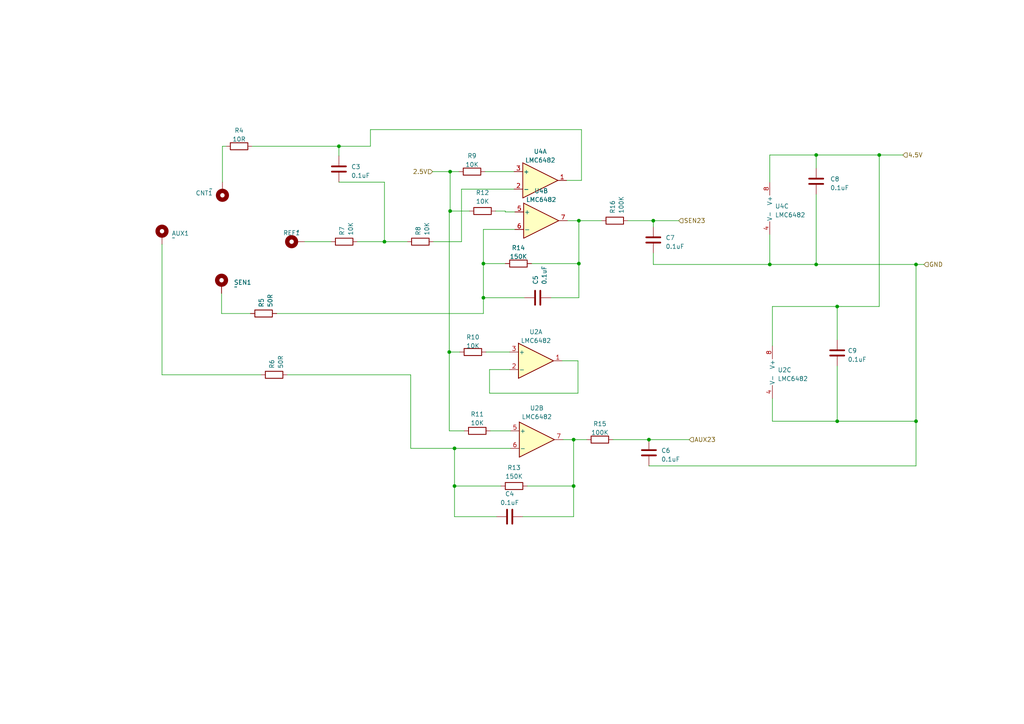
<source format=kicad_sch>
(kicad_sch (version 20230121) (generator eeschema)

  (uuid 32306d0b-228d-4c17-bc5c-f857aab45edd)

  (paper "A4")

  (lib_symbols
    (symbol "Amplifier_Operational:LMC6482" (pin_names (offset 0.127)) (in_bom yes) (on_board yes)
      (property "Reference" "U" (at 0 5.08 0)
        (effects (font (size 1.27 1.27)) (justify left))
      )
      (property "Value" "LMC6482" (at 0 -5.08 0)
        (effects (font (size 1.27 1.27)) (justify left))
      )
      (property "Footprint" "" (at 0 0 0)
        (effects (font (size 1.27 1.27)) hide)
      )
      (property "Datasheet" "http://www.ti.com/lit/ds/symlink/lmc6482.pdf" (at 0 0 0)
        (effects (font (size 1.27 1.27)) hide)
      )
      (property "ki_locked" "" (at 0 0 0)
        (effects (font (size 1.27 1.27)))
      )
      (property "ki_keywords" "dual opamp" (at 0 0 0)
        (effects (font (size 1.27 1.27)) hide)
      )
      (property "ki_description" "Dual CMOS Rail-to-Rail Input and Output Operational Amplifier, DIP-8/SOIC-8, SSOP-8" (at 0 0 0)
        (effects (font (size 1.27 1.27)) hide)
      )
      (property "ki_fp_filters" "SOIC*3.9x4.9mm*P1.27mm* DIP*W7.62mm* TO*99* OnSemi*Micro8* TSSOP*3x3mm*P0.65mm* TSSOP*4.4x3mm*P0.65mm* MSOP*3x3mm*P0.65mm* SSOP*3.9x4.9mm*P0.635mm* LFCSP*2x2mm*P0.5mm* *SIP* SOIC*5.3x6.2mm*P1.27mm*" (at 0 0 0)
        (effects (font (size 1.27 1.27)) hide)
      )
      (symbol "LMC6482_1_1"
        (polyline
          (pts
            (xy -5.08 5.08)
            (xy 5.08 0)
            (xy -5.08 -5.08)
            (xy -5.08 5.08)
          )
          (stroke (width 0.254) (type default))
          (fill (type background))
        )
        (pin output line (at 7.62 0 180) (length 2.54)
          (name "~" (effects (font (size 1.27 1.27))))
          (number "1" (effects (font (size 1.27 1.27))))
        )
        (pin input line (at -7.62 -2.54 0) (length 2.54)
          (name "-" (effects (font (size 1.27 1.27))))
          (number "2" (effects (font (size 1.27 1.27))))
        )
        (pin input line (at -7.62 2.54 0) (length 2.54)
          (name "+" (effects (font (size 1.27 1.27))))
          (number "3" (effects (font (size 1.27 1.27))))
        )
      )
      (symbol "LMC6482_2_1"
        (polyline
          (pts
            (xy -5.08 5.08)
            (xy 5.08 0)
            (xy -5.08 -5.08)
            (xy -5.08 5.08)
          )
          (stroke (width 0.254) (type default))
          (fill (type background))
        )
        (pin input line (at -7.62 2.54 0) (length 2.54)
          (name "+" (effects (font (size 1.27 1.27))))
          (number "5" (effects (font (size 1.27 1.27))))
        )
        (pin input line (at -7.62 -2.54 0) (length 2.54)
          (name "-" (effects (font (size 1.27 1.27))))
          (number "6" (effects (font (size 1.27 1.27))))
        )
        (pin output line (at 7.62 0 180) (length 2.54)
          (name "~" (effects (font (size 1.27 1.27))))
          (number "7" (effects (font (size 1.27 1.27))))
        )
      )
      (symbol "LMC6482_3_1"
        (pin power_in line (at -2.54 -7.62 90) (length 3.81)
          (name "V-" (effects (font (size 1.27 1.27))))
          (number "4" (effects (font (size 1.27 1.27))))
        )
        (pin power_in line (at -2.54 7.62 270) (length 3.81)
          (name "V+" (effects (font (size 1.27 1.27))))
          (number "8" (effects (font (size 1.27 1.27))))
        )
      )
    )
    (symbol "Device:C" (pin_numbers hide) (pin_names (offset 0.254)) (in_bom yes) (on_board yes)
      (property "Reference" "C" (at 0.635 2.54 0)
        (effects (font (size 1.27 1.27)) (justify left))
      )
      (property "Value" "C" (at 0.635 -2.54 0)
        (effects (font (size 1.27 1.27)) (justify left))
      )
      (property "Footprint" "" (at 0.9652 -3.81 0)
        (effects (font (size 1.27 1.27)) hide)
      )
      (property "Datasheet" "~" (at 0 0 0)
        (effects (font (size 1.27 1.27)) hide)
      )
      (property "ki_keywords" "cap capacitor" (at 0 0 0)
        (effects (font (size 1.27 1.27)) hide)
      )
      (property "ki_description" "Unpolarized capacitor" (at 0 0 0)
        (effects (font (size 1.27 1.27)) hide)
      )
      (property "ki_fp_filters" "C_*" (at 0 0 0)
        (effects (font (size 1.27 1.27)) hide)
      )
      (symbol "C_0_1"
        (polyline
          (pts
            (xy -2.032 -0.762)
            (xy 2.032 -0.762)
          )
          (stroke (width 0.508) (type default))
          (fill (type none))
        )
        (polyline
          (pts
            (xy -2.032 0.762)
            (xy 2.032 0.762)
          )
          (stroke (width 0.508) (type default))
          (fill (type none))
        )
      )
      (symbol "C_1_1"
        (pin passive line (at 0 3.81 270) (length 2.794)
          (name "~" (effects (font (size 1.27 1.27))))
          (number "1" (effects (font (size 1.27 1.27))))
        )
        (pin passive line (at 0 -3.81 90) (length 2.794)
          (name "~" (effects (font (size 1.27 1.27))))
          (number "2" (effects (font (size 1.27 1.27))))
        )
      )
    )
    (symbol "Device:R" (pin_numbers hide) (pin_names (offset 0)) (in_bom yes) (on_board yes)
      (property "Reference" "R" (at 2.032 0 90)
        (effects (font (size 1.27 1.27)))
      )
      (property "Value" "R" (at 0 0 90)
        (effects (font (size 1.27 1.27)))
      )
      (property "Footprint" "" (at -1.778 0 90)
        (effects (font (size 1.27 1.27)) hide)
      )
      (property "Datasheet" "~" (at 0 0 0)
        (effects (font (size 1.27 1.27)) hide)
      )
      (property "ki_keywords" "R res resistor" (at 0 0 0)
        (effects (font (size 1.27 1.27)) hide)
      )
      (property "ki_description" "Resistor" (at 0 0 0)
        (effects (font (size 1.27 1.27)) hide)
      )
      (property "ki_fp_filters" "R_*" (at 0 0 0)
        (effects (font (size 1.27 1.27)) hide)
      )
      (symbol "R_0_1"
        (rectangle (start -1.016 -2.54) (end 1.016 2.54)
          (stroke (width 0.254) (type default))
          (fill (type none))
        )
      )
      (symbol "R_1_1"
        (pin passive line (at 0 3.81 270) (length 1.27)
          (name "~" (effects (font (size 1.27 1.27))))
          (number "1" (effects (font (size 1.27 1.27))))
        )
        (pin passive line (at 0 -3.81 90) (length 1.27)
          (name "~" (effects (font (size 1.27 1.27))))
          (number "2" (effects (font (size 1.27 1.27))))
        )
      )
    )
    (symbol "Mechanical:MountingHole_Pad" (pin_numbers hide) (pin_names (offset 1.016) hide) (in_bom yes) (on_board yes)
      (property "Reference" "H" (at 0 6.35 0)
        (effects (font (size 1.27 1.27)))
      )
      (property "Value" "MountingHole_Pad" (at 0 4.445 0)
        (effects (font (size 1.27 1.27)))
      )
      (property "Footprint" "" (at 0 0 0)
        (effects (font (size 1.27 1.27)) hide)
      )
      (property "Datasheet" "~" (at 0 0 0)
        (effects (font (size 1.27 1.27)) hide)
      )
      (property "ki_keywords" "mounting hole" (at 0 0 0)
        (effects (font (size 1.27 1.27)) hide)
      )
      (property "ki_description" "Mounting Hole with connection" (at 0 0 0)
        (effects (font (size 1.27 1.27)) hide)
      )
      (property "ki_fp_filters" "MountingHole*Pad*" (at 0 0 0)
        (effects (font (size 1.27 1.27)) hide)
      )
      (symbol "MountingHole_Pad_0_1"
        (circle (center 0 1.27) (radius 1.27)
          (stroke (width 1.27) (type default))
          (fill (type none))
        )
      )
      (symbol "MountingHole_Pad_1_1"
        (pin input line (at 0 -2.54 90) (length 2.54)
          (name "1" (effects (font (size 1.27 1.27))))
          (number "1" (effects (font (size 1.27 1.27))))
        )
      )
    )
  )

  (junction (at 265.684 76.708) (diameter 0) (color 0 0 0 0)
    (uuid 0437aab7-1b50-42cb-ab62-59585e02505e)
  )
  (junction (at 140.208 86.36) (diameter 0) (color 0 0 0 0)
    (uuid 16c01d55-3e3b-42f1-8063-cbe67fb7fa7d)
  )
  (junction (at 131.826 130.048) (diameter 0) (color 0 0 0 0)
    (uuid 1c0ec936-4a39-40bf-b8fc-13f27ff4c5b4)
  )
  (junction (at 98.298 42.418) (diameter 0) (color 0 0 0 0)
    (uuid 25877ec2-c629-44ee-9aeb-8428b8465e92)
  )
  (junction (at 236.728 76.708) (diameter 0) (color 0 0 0 0)
    (uuid 3b7c16f1-644a-4739-81d9-c913dcad0758)
  )
  (junction (at 265.684 122.174) (diameter 0) (color 0 0 0 0)
    (uuid 3db90b06-4033-4254-a66c-09328bc0d2ae)
  )
  (junction (at 131.826 140.97) (diameter 0) (color 0 0 0 0)
    (uuid 3e667528-22bd-44df-a76c-cd28712e7fb1)
  )
  (junction (at 242.824 122.174) (diameter 0) (color 0 0 0 0)
    (uuid 473b0cd1-2312-4e77-a3a6-5ba388ac1dd9)
  )
  (junction (at 166.37 127.508) (diameter 0) (color 0 0 0 0)
    (uuid 552415ce-47ca-44d0-8bca-8a36a703e983)
  )
  (junction (at 140.208 76.454) (diameter 0) (color 0 0 0 0)
    (uuid 63ca91b0-ff63-426c-94a7-b21e0d30b24b)
  )
  (junction (at 166.37 140.97) (diameter 0) (color 0 0 0 0)
    (uuid 6cb374e7-833b-4479-acb7-9082a2e424d7)
  )
  (junction (at 188.214 127.508) (diameter 0) (color 0 0 0 0)
    (uuid 7d5c40e5-00dd-4150-b50a-5ea57f01b95a)
  )
  (junction (at 255.016 44.958) (diameter 0) (color 0 0 0 0)
    (uuid 8e4599af-42a5-4908-974a-5b0fd4a05949)
  )
  (junction (at 130.556 49.784) (diameter 0) (color 0 0 0 0)
    (uuid 904d0f97-c862-4e6d-a28d-ccba8059df5b)
  )
  (junction (at 167.894 76.454) (diameter 0) (color 0 0 0 0)
    (uuid a4b882c6-a97f-454b-8326-cc6198b29b83)
  )
  (junction (at 223.266 76.708) (diameter 0) (color 0 0 0 0)
    (uuid a6c6d445-f1ec-40da-a4c3-6003629288b3)
  )
  (junction (at 130.556 61.214) (diameter 0) (color 0 0 0 0)
    (uuid a981080a-3a2e-4340-9ca8-61995891ecb9)
  )
  (junction (at 236.728 44.958) (diameter 0) (color 0 0 0 0)
    (uuid aa02e76d-3705-49dd-83dd-89d1624b8f7a)
  )
  (junction (at 111.506 70.104) (diameter 0) (color 0 0 0 0)
    (uuid aef4bb70-f373-4f3e-b7df-e9d0736a0aad)
  )
  (junction (at 130.302 102.108) (diameter 0) (color 0 0 0 0)
    (uuid e50a57b6-aacd-486d-b78c-dbc52f4e8ea8)
  )
  (junction (at 242.824 88.9) (diameter 0) (color 0 0 0 0)
    (uuid ed4b96a0-eabd-4c56-9367-9e169d7dbe94)
  )
  (junction (at 167.894 64.008) (diameter 0) (color 0 0 0 0)
    (uuid f2207e12-ada3-484e-84f7-3816a6368107)
  )
  (junction (at 189.484 64.008) (diameter 0) (color 0 0 0 0)
    (uuid f32ea655-2686-42e5-8338-38a8f9c5f4ec)
  )

  (wire (pts (xy 224.028 88.9) (xy 242.824 88.9))
    (stroke (width 0) (type default))
    (uuid 00132879-6efd-4485-bdf6-5494781b5d2a)
  )
  (wire (pts (xy 111.506 70.104) (xy 118.11 70.104))
    (stroke (width 0) (type default))
    (uuid 05c5aa91-a555-487e-98d4-0862c41a4fe5)
  )
  (wire (pts (xy 133.858 54.864) (xy 133.858 70.104))
    (stroke (width 0) (type default))
    (uuid 06e1fb23-ca60-4611-a46a-3584f799420b)
  )
  (wire (pts (xy 242.824 122.174) (xy 265.684 122.174))
    (stroke (width 0) (type default))
    (uuid 0a7b011d-48d5-4369-95da-59fb9f78390a)
  )
  (wire (pts (xy 223.266 76.708) (xy 236.728 76.708))
    (stroke (width 0) (type default))
    (uuid 0c94396b-9265-4929-9860-1a900285caf6)
  )
  (wire (pts (xy 164.338 52.324) (xy 168.656 52.324))
    (stroke (width 0) (type default))
    (uuid 0d49bbc1-aa9e-4be6-ac7a-11ec60a2ca15)
  )
  (wire (pts (xy 166.37 149.86) (xy 166.37 140.97))
    (stroke (width 0) (type default))
    (uuid 0dbfae8e-c9a4-4b96-a62e-d1f2bb4cdf30)
  )
  (wire (pts (xy 163.068 104.648) (xy 167.64 104.648))
    (stroke (width 0) (type default))
    (uuid 0f70f3e1-76a4-48c1-b668-23f3ae6eecc3)
  )
  (wire (pts (xy 166.37 140.97) (xy 166.37 127.508))
    (stroke (width 0) (type default))
    (uuid 11ca4080-0a37-480f-b8c7-ed474e1264cd)
  )
  (wire (pts (xy 130.302 61.214) (xy 130.556 61.214))
    (stroke (width 0) (type default))
    (uuid 19f11034-b098-4862-9fd0-356525891a0e)
  )
  (wire (pts (xy 236.728 56.388) (xy 236.728 76.708))
    (stroke (width 0) (type default))
    (uuid 1e11568e-fdff-400a-8115-fcbac6211618)
  )
  (wire (pts (xy 88.392 70.104) (xy 96.012 70.104))
    (stroke (width 0) (type default))
    (uuid 1eece96e-bbf7-4e72-84fa-52f306247d0c)
  )
  (wire (pts (xy 130.556 49.784) (xy 133.096 49.784))
    (stroke (width 0) (type default))
    (uuid 276b225b-179d-46c4-bea2-934bc304723f)
  )
  (wire (pts (xy 224.028 122.174) (xy 242.824 122.174))
    (stroke (width 0) (type default))
    (uuid 2af30054-7e3b-4e13-8ed4-046d88117c58)
  )
  (wire (pts (xy 163.322 127.508) (xy 166.37 127.508))
    (stroke (width 0) (type default))
    (uuid 2bbdd37f-3a07-4b1d-ba12-bc45ced53ef2)
  )
  (wire (pts (xy 154.178 76.454) (xy 167.894 76.454))
    (stroke (width 0) (type default))
    (uuid 2d8895dc-9696-42ca-9aa9-596ed7cb11d7)
  )
  (wire (pts (xy 141.986 107.188) (xy 147.828 107.188))
    (stroke (width 0) (type default))
    (uuid 2eb4774e-62df-48a0-b0ac-7b44be91c747)
  )
  (wire (pts (xy 199.898 127.508) (xy 188.214 127.508))
    (stroke (width 0) (type default))
    (uuid 327c11fc-3533-45be-b123-4d3084fa0b98)
  )
  (wire (pts (xy 144.018 149.86) (xy 131.826 149.86))
    (stroke (width 0) (type default))
    (uuid 3296564c-ac5c-457d-9235-e7c9f4eb5547)
  )
  (wire (pts (xy 140.208 76.454) (xy 140.208 86.36))
    (stroke (width 0) (type default))
    (uuid 32b426b5-5c21-47d1-809c-1ff91e3aa6e4)
  )
  (wire (pts (xy 223.266 76.708) (xy 223.266 68.072))
    (stroke (width 0) (type default))
    (uuid 36dfd346-9cce-4c22-8811-18ca25aa4fda)
  )
  (wire (pts (xy 142.24 124.968) (xy 148.082 124.968))
    (stroke (width 0) (type default))
    (uuid 3800c560-8af0-494f-ba83-f5bf8760a24f)
  )
  (wire (pts (xy 103.632 70.104) (xy 111.506 70.104))
    (stroke (width 0) (type default))
    (uuid 3a5dc8f2-b03b-48a6-bd53-237688006f2c)
  )
  (wire (pts (xy 255.016 44.958) (xy 236.728 44.958))
    (stroke (width 0) (type default))
    (uuid 3b08d097-e1ac-41fa-9890-2ca16205a411)
  )
  (wire (pts (xy 64.516 42.418) (xy 65.532 42.418))
    (stroke (width 0) (type default))
    (uuid 41b5d75e-bef1-441a-8476-1c15982e29f6)
  )
  (wire (pts (xy 107.442 42.418) (xy 98.298 42.418))
    (stroke (width 0) (type default))
    (uuid 4619ce48-f772-40bd-ade6-43f13bb869f4)
  )
  (wire (pts (xy 145.288 140.97) (xy 131.826 140.97))
    (stroke (width 0) (type default))
    (uuid 4643bc1d-d4d8-4857-b05d-45bf21bfe16a)
  )
  (wire (pts (xy 130.302 61.214) (xy 130.302 102.108))
    (stroke (width 0) (type default))
    (uuid 48101f3c-48d0-45c6-b196-9d2370e6edab)
  )
  (wire (pts (xy 261.874 44.958) (xy 255.016 44.958))
    (stroke (width 0) (type default))
    (uuid 493ac91a-6532-43b1-adb8-4ae8bcced1bb)
  )
  (wire (pts (xy 152.908 140.97) (xy 166.37 140.97))
    (stroke (width 0) (type default))
    (uuid 4bc9c743-f983-458f-b05b-fab8f575bdb7)
  )
  (wire (pts (xy 265.684 122.174) (xy 265.684 76.708))
    (stroke (width 0) (type default))
    (uuid 4c149913-13be-4423-8c41-de2979f27586)
  )
  (wire (pts (xy 140.208 86.36) (xy 152.146 86.36))
    (stroke (width 0) (type default))
    (uuid 4e8fffe4-13c7-4785-82a6-abbf3bd1bcc6)
  )
  (wire (pts (xy 189.484 76.708) (xy 223.266 76.708))
    (stroke (width 0) (type default))
    (uuid 54f9fab8-bfc7-43c6-9a6c-e001560e4b55)
  )
  (wire (pts (xy 188.214 135.128) (xy 265.684 135.128))
    (stroke (width 0) (type default))
    (uuid 55910a4d-b236-46d7-a85f-782b413f1c01)
  )
  (wire (pts (xy 265.684 76.708) (xy 267.97 76.708))
    (stroke (width 0) (type default))
    (uuid 5b9ecc4b-298a-41a8-8cba-8474a0996846)
  )
  (wire (pts (xy 255.016 44.958) (xy 255.016 88.9))
    (stroke (width 0) (type default))
    (uuid 5bf0505e-9a5a-4320-b5bf-24f76f4b2259)
  )
  (wire (pts (xy 224.028 115.57) (xy 224.028 122.174))
    (stroke (width 0) (type default))
    (uuid 612d0771-74b8-4d0d-8176-37ec3bd192bd)
  )
  (wire (pts (xy 140.208 66.548) (xy 140.208 76.454))
    (stroke (width 0) (type default))
    (uuid 64b0bf26-8227-44ac-bb44-0f4de0e78c47)
  )
  (wire (pts (xy 146.558 76.454) (xy 140.208 76.454))
    (stroke (width 0) (type default))
    (uuid 65e6970c-3965-426b-b3a1-80adddf8824d)
  )
  (wire (pts (xy 140.208 66.548) (xy 149.352 66.548))
    (stroke (width 0) (type default))
    (uuid 65eb8bde-0685-430c-876d-2e362925c3aa)
  )
  (wire (pts (xy 130.556 61.214) (xy 130.556 49.784))
    (stroke (width 0) (type default))
    (uuid 67f4993f-ca78-46ef-aa39-a75994e19702)
  )
  (wire (pts (xy 130.302 124.968) (xy 130.302 102.108))
    (stroke (width 0) (type default))
    (uuid 684edc8e-a80b-47a7-b6c1-f5607da6bb82)
  )
  (wire (pts (xy 64.516 42.418) (xy 64.516 52.832))
    (stroke (width 0) (type default))
    (uuid 69fbd52d-4c31-4f81-839a-b04c970907a8)
  )
  (wire (pts (xy 223.266 44.958) (xy 223.266 52.832))
    (stroke (width 0) (type default))
    (uuid 6d5d3d8b-a00a-4be2-abbd-c39e37c813c8)
  )
  (wire (pts (xy 168.656 52.324) (xy 168.656 37.592))
    (stroke (width 0) (type default))
    (uuid 704e8247-1794-472b-a676-213f5f0b9341)
  )
  (wire (pts (xy 131.826 149.86) (xy 131.826 140.97))
    (stroke (width 0) (type default))
    (uuid 719d056d-5e65-4108-9b45-616c0a19f0f4)
  )
  (wire (pts (xy 167.64 104.648) (xy 167.64 114.046))
    (stroke (width 0) (type default))
    (uuid 73a92cc5-021d-4545-bbb4-35daa98fdc89)
  )
  (wire (pts (xy 131.826 130.048) (xy 148.082 130.048))
    (stroke (width 0) (type default))
    (uuid 741df62d-4e06-4782-9a12-819994965974)
  )
  (wire (pts (xy 189.484 73.406) (xy 189.484 76.708))
    (stroke (width 0) (type default))
    (uuid 762e37ce-1477-46cd-a6e0-fb029b8aded9)
  )
  (wire (pts (xy 119.126 130.048) (xy 131.826 130.048))
    (stroke (width 0) (type default))
    (uuid 7dafaae5-a9e3-4315-88af-91b421d74e30)
  )
  (wire (pts (xy 177.8 127.508) (xy 188.214 127.508))
    (stroke (width 0) (type default))
    (uuid 838e5421-8f8c-479f-80ec-7492f00d6b17)
  )
  (wire (pts (xy 136.144 61.214) (xy 130.556 61.214))
    (stroke (width 0) (type default))
    (uuid 8620c6ee-5d0a-4102-9547-0612507ed8f8)
  )
  (wire (pts (xy 133.858 70.104) (xy 125.73 70.104))
    (stroke (width 0) (type default))
    (uuid 88498f21-956b-443e-8929-c024d42a3d69)
  )
  (wire (pts (xy 98.298 42.418) (xy 98.298 45.212))
    (stroke (width 0) (type default))
    (uuid 896bd4ca-94a6-4250-8e5c-e59f96dd978b)
  )
  (wire (pts (xy 159.766 86.36) (xy 167.894 86.36))
    (stroke (width 0) (type default))
    (uuid 926ff5de-e66b-405c-87be-b0b5455a0d4a)
  )
  (wire (pts (xy 134.62 124.968) (xy 130.302 124.968))
    (stroke (width 0) (type default))
    (uuid 9401ed71-64b2-4d36-b4ae-c165e2f225a7)
  )
  (wire (pts (xy 131.826 140.97) (xy 131.826 130.048))
    (stroke (width 0) (type default))
    (uuid 97aacfa9-08ac-4b0e-81e9-e2576798f43f)
  )
  (wire (pts (xy 119.126 108.712) (xy 119.126 130.048))
    (stroke (width 0) (type default))
    (uuid 99bf5d15-f34c-4dad-898f-e33854ce3ffd)
  )
  (wire (pts (xy 64.262 85.09) (xy 64.262 90.932))
    (stroke (width 0) (type default))
    (uuid 9e1ef37d-9a68-467b-bff8-c9614f7e6796)
  )
  (wire (pts (xy 236.728 44.958) (xy 236.728 48.768))
    (stroke (width 0) (type default))
    (uuid a784c90c-0f08-4622-adde-748b30788617)
  )
  (wire (pts (xy 111.506 52.832) (xy 111.506 70.104))
    (stroke (width 0) (type default))
    (uuid ac213cbe-54b1-43f3-9ff9-a6654ba42ece)
  )
  (wire (pts (xy 143.764 61.214) (xy 146.558 61.214))
    (stroke (width 0) (type default))
    (uuid adb8bd6e-e50a-46d1-b2c3-3746962a1120)
  )
  (wire (pts (xy 46.99 108.712) (xy 75.692 108.712))
    (stroke (width 0) (type default))
    (uuid b2a498d1-06a8-4fde-903b-9f8b9d976f5a)
  )
  (wire (pts (xy 107.442 37.592) (xy 107.442 42.418))
    (stroke (width 0) (type default))
    (uuid b4809259-2cd4-49f4-8031-2a7157788011)
  )
  (wire (pts (xy 125.476 49.784) (xy 130.556 49.784))
    (stroke (width 0) (type default))
    (uuid b4fdcf4c-fc40-476c-a58b-cdf4af78b391)
  )
  (wire (pts (xy 168.656 37.592) (xy 107.442 37.592))
    (stroke (width 0) (type default))
    (uuid b7470a07-3077-404a-a84c-2d33ede39bdd)
  )
  (wire (pts (xy 140.97 102.108) (xy 147.828 102.108))
    (stroke (width 0) (type default))
    (uuid b77dad76-cffa-4cd8-a16c-de45f3fbef0b)
  )
  (wire (pts (xy 265.684 135.128) (xy 265.684 122.174))
    (stroke (width 0) (type default))
    (uuid be3b89ab-cecf-4e6b-b63c-f9d5e201db17)
  )
  (wire (pts (xy 140.716 49.784) (xy 149.098 49.784))
    (stroke (width 0) (type default))
    (uuid bf981a63-ebf6-477b-8ffb-50e67b2df8c4)
  )
  (wire (pts (xy 83.312 108.712) (xy 119.126 108.712))
    (stroke (width 0) (type default))
    (uuid c1d5caf6-83e6-4e01-a6a1-c2e02afd4f73)
  )
  (wire (pts (xy 167.64 114.046) (xy 141.986 114.046))
    (stroke (width 0) (type default))
    (uuid c3f07410-cbc9-46d7-a576-4ed05e28a7f7)
  )
  (wire (pts (xy 242.824 106.172) (xy 242.824 122.174))
    (stroke (width 0) (type default))
    (uuid c73c99cb-3667-4901-81c2-4ea12f41bfa5)
  )
  (wire (pts (xy 46.99 70.866) (xy 46.99 108.712))
    (stroke (width 0) (type default))
    (uuid ca5bdfe3-4c75-43af-89ca-d54e5c4d873d)
  )
  (wire (pts (xy 141.986 114.046) (xy 141.986 107.188))
    (stroke (width 0) (type default))
    (uuid ca859702-e9e8-4a57-88ab-2f6ddfbb837d)
  )
  (wire (pts (xy 80.264 90.932) (xy 140.208 90.932))
    (stroke (width 0) (type default))
    (uuid caf3f876-ab2e-4b00-8979-eb3a37471957)
  )
  (wire (pts (xy 174.498 64.008) (xy 167.894 64.008))
    (stroke (width 0) (type default))
    (uuid d053d6e6-290c-4b9b-8ebf-969fa6122b03)
  )
  (wire (pts (xy 166.37 127.508) (xy 170.18 127.508))
    (stroke (width 0) (type default))
    (uuid d1a44f7e-9180-41d5-8754-1709a0bfd40b)
  )
  (wire (pts (xy 98.298 52.832) (xy 111.506 52.832))
    (stroke (width 0) (type default))
    (uuid d2655cb9-5a2b-4295-9a66-94f3ab3d3e12)
  )
  (wire (pts (xy 236.728 44.958) (xy 223.266 44.958))
    (stroke (width 0) (type default))
    (uuid d3c4620b-77d0-4eb3-8f57-901dfc5e2aff)
  )
  (wire (pts (xy 167.894 64.008) (xy 167.894 76.454))
    (stroke (width 0) (type default))
    (uuid d40556d3-bdb5-491e-b624-ab6d23251a4e)
  )
  (wire (pts (xy 151.638 149.86) (xy 166.37 149.86))
    (stroke (width 0) (type default))
    (uuid d4116f26-21bd-4c9e-9106-a76390301120)
  )
  (wire (pts (xy 133.35 102.108) (xy 130.302 102.108))
    (stroke (width 0) (type default))
    (uuid db0bb9bc-63ea-41a7-858a-097ad06c6fe6)
  )
  (wire (pts (xy 242.824 98.552) (xy 242.824 88.9))
    (stroke (width 0) (type default))
    (uuid dd14db42-f0c5-4106-85da-5b81a5a5c9ae)
  )
  (wire (pts (xy 189.484 64.008) (xy 189.484 65.786))
    (stroke (width 0) (type default))
    (uuid dfb2ae37-8dc4-4d35-8a1b-885b86be5e8e)
  )
  (wire (pts (xy 236.728 76.708) (xy 265.684 76.708))
    (stroke (width 0) (type default))
    (uuid e03af84e-ec43-4a5f-b198-95915e88e451)
  )
  (wire (pts (xy 196.85 64.008) (xy 189.484 64.008))
    (stroke (width 0) (type default))
    (uuid e3eb3a69-7db4-48f0-b210-348d2f60598e)
  )
  (wire (pts (xy 182.118 64.008) (xy 189.484 64.008))
    (stroke (width 0) (type default))
    (uuid e57dc569-5f25-4a87-ba5b-fa22eebe5516)
  )
  (wire (pts (xy 140.208 86.36) (xy 140.208 90.932))
    (stroke (width 0) (type default))
    (uuid e8e973c6-6070-4182-bcc2-8531cd1e67d6)
  )
  (wire (pts (xy 167.894 64.008) (xy 164.592 64.008))
    (stroke (width 0) (type default))
    (uuid eb6ca12c-d51f-4f93-9e9f-87ad2b5c4612)
  )
  (wire (pts (xy 73.152 42.418) (xy 98.298 42.418))
    (stroke (width 0) (type default))
    (uuid eb7f557a-e448-42c2-9667-4cf6dce68c5d)
  )
  (wire (pts (xy 146.558 61.468) (xy 149.352 61.468))
    (stroke (width 0) (type default))
    (uuid eba1aaf0-52ce-474a-a748-9241e0a31fa7)
  )
  (wire (pts (xy 242.824 88.9) (xy 255.016 88.9))
    (stroke (width 0) (type default))
    (uuid eefae5db-641b-452d-b5f7-da82fe349f27)
  )
  (wire (pts (xy 64.262 90.932) (xy 72.644 90.932))
    (stroke (width 0) (type default))
    (uuid f3a24708-9ada-44f6-9250-59323399e600)
  )
  (wire (pts (xy 167.894 86.36) (xy 167.894 76.454))
    (stroke (width 0) (type default))
    (uuid f99a8b1c-e681-4b25-9ed6-881bab671f9d)
  )
  (wire (pts (xy 224.028 100.33) (xy 224.028 88.9))
    (stroke (width 0) (type default))
    (uuid fc603502-efa3-4640-8719-8a3dfe3d7d2c)
  )
  (wire (pts (xy 149.098 54.864) (xy 133.858 54.864))
    (stroke (width 0) (type default))
    (uuid fdb98012-7e7c-434a-b31c-fd28632411e3)
  )
  (wire (pts (xy 146.558 61.214) (xy 146.558 61.468))
    (stroke (width 0) (type default))
    (uuid fe6a1a43-4d71-4632-9d5e-64f3840cb2b6)
  )

  (hierarchical_label "2.5V" (shape input) (at 125.476 49.784 180) (fields_autoplaced)
    (effects (font (size 1.27 1.27)) (justify right))
    (uuid 162c8082-a53d-47d3-bb84-bd1fb201594e)
  )
  (hierarchical_label "4.5V" (shape input) (at 261.874 44.958 0) (fields_autoplaced)
    (effects (font (size 1.27 1.27)) (justify left))
    (uuid 40e68d53-acbd-4378-9da8-7eb6073966ac)
  )
  (hierarchical_label "AUX23" (shape input) (at 199.898 127.508 0) (fields_autoplaced)
    (effects (font (size 1.27 1.27)) (justify left))
    (uuid 56fd41cc-55f6-421f-9e3b-6f3a8750a85b)
  )
  (hierarchical_label "GND" (shape input) (at 267.97 76.708 0) (fields_autoplaced)
    (effects (font (size 1.27 1.27)) (justify left))
    (uuid 8c9ae5b2-4edc-4afa-b75b-b9ed130a1acb)
  )
  (hierarchical_label "SEN23" (shape input) (at 196.85 64.008 0) (fields_autoplaced)
    (effects (font (size 1.27 1.27)) (justify left))
    (uuid a19bcba0-d900-47ea-b4f3-bfd3b5e4614f)
  )

  (symbol (lib_id "Mechanical:MountingHole_Pad") (at 64.262 82.55 0) (unit 1)
    (in_bom yes) (on_board yes) (dnp no) (fields_autoplaced)
    (uuid 05affb34-70e5-4113-a581-a678a7ac0b35)
    (property "Reference" "SEN1" (at 67.818 81.915 0)
      (effects (font (size 1.27 1.27)) (justify left))
    )
    (property "Value" "~" (at 67.818 83.185 0)
      (effects (font (size 1.27 1.27)) (justify left))
    )
    (property "Footprint" "MountingHole:MountingHole_2.7mm_Pad" (at 64.262 82.55 0)
      (effects (font (size 1.27 1.27)) hide)
    )
    (property "Datasheet" "~" (at 64.262 82.55 0)
      (effects (font (size 1.27 1.27)) hide)
    )
    (pin "1" (uuid 9fc07881-bb19-4e7d-b7be-2d5b56cea66e))
    (instances
      (project "Air quality project"
        (path "/67b6672b-0c15-41a5-a844-17aa721018b8/e2c83066-cae4-4a4f-a05c-59cf4d457446"
          (reference "SEN1") (unit 1)
        )
        (path "/67b6672b-0c15-41a5-a844-17aa721018b8/be65ffb6-5f15-4847-ab99-a8924076e9fe"
          (reference "SEN2") (unit 1)
        )
        (path "/67b6672b-0c15-41a5-a844-17aa721018b8/b1234594-a57c-4996-9def-6f01cfc54751"
          (reference "SEN23") (unit 1)
        )
      )
    )
  )

  (symbol (lib_id "Device:C") (at 155.956 86.36 90) (unit 1)
    (in_bom yes) (on_board yes) (dnp no)
    (uuid 06370417-2138-49e2-a22c-344c6da08832)
    (property "Reference" "C5" (at 155.321 82.55 0)
      (effects (font (size 1.27 1.27)) (justify left))
    )
    (property "Value" "0.1uF" (at 157.861 82.55 0)
      (effects (font (size 1.27 1.27)) (justify left))
    )
    (property "Footprint" "Capacitor_SMD:C_0402_1005Metric" (at 159.766 85.3948 0)
      (effects (font (size 1.27 1.27)) hide)
    )
    (property "Datasheet" "~" (at 155.956 86.36 0)
      (effects (font (size 1.27 1.27)) hide)
    )
    (pin "1" (uuid 0b83d26e-63e6-4101-b7d4-280c1f5efdf9))
    (pin "2" (uuid 326eb54c-238f-4aa6-be59-d220eabe7186))
    (instances
      (project "Air quality project"
        (path "/67b6672b-0c15-41a5-a844-17aa721018b8/e2c83066-cae4-4a4f-a05c-59cf4d457446"
          (reference "C5") (unit 1)
        )
        (path "/67b6672b-0c15-41a5-a844-17aa721018b8/be65ffb6-5f15-4847-ab99-a8924076e9fe"
          (reference "C35") (unit 1)
        )
        (path "/67b6672b-0c15-41a5-a844-17aa721018b8/b1234594-a57c-4996-9def-6f01cfc54751"
          (reference "C131") (unit 1)
        )
      )
    )
  )

  (symbol (lib_id "Mechanical:MountingHole_Pad") (at 64.516 55.372 180) (unit 1)
    (in_bom yes) (on_board yes) (dnp no)
    (uuid 18bc69d4-fc90-43eb-81f6-11c67cf18e50)
    (property "Reference" "CNT1" (at 61.722 56.007 0)
      (effects (font (size 1.27 1.27)) (justify left))
    )
    (property "Value" "~" (at 61.722 54.737 0)
      (effects (font (size 1.27 1.27)) (justify left))
    )
    (property "Footprint" "MountingHole:MountingHole_2.7mm_Pad" (at 64.516 55.372 0)
      (effects (font (size 1.27 1.27)) hide)
    )
    (property "Datasheet" "~" (at 64.516 55.372 0)
      (effects (font (size 1.27 1.27)) hide)
    )
    (pin "1" (uuid eb980290-4487-47f6-8ec1-b32a7b2284f4))
    (instances
      (project "Air quality project"
        (path "/67b6672b-0c15-41a5-a844-17aa721018b8/e2c83066-cae4-4a4f-a05c-59cf4d457446"
          (reference "CNT1") (unit 1)
        )
        (path "/67b6672b-0c15-41a5-a844-17aa721018b8/be65ffb6-5f15-4847-ab99-a8924076e9fe"
          (reference "CNT2") (unit 1)
        )
        (path "/67b6672b-0c15-41a5-a844-17aa721018b8/b1234594-a57c-4996-9def-6f01cfc54751"
          (reference "CNT23") (unit 1)
        )
      )
    )
  )

  (symbol (lib_id "Amplifier_Operational:LMC6482") (at 226.568 107.95 0) (unit 3)
    (in_bom yes) (on_board yes) (dnp no) (fields_autoplaced)
    (uuid 1a94deb5-c16b-4c5b-9525-bf286f936524)
    (property "Reference" "U2" (at 225.552 107.315 0)
      (effects (font (size 1.27 1.27)) (justify left))
    )
    (property "Value" "LMC6482" (at 225.552 109.855 0)
      (effects (font (size 1.27 1.27)) (justify left))
    )
    (property "Footprint" "Package_SO:SOIC-8_3.9x4.9mm_P1.27mm" (at 226.568 107.95 0)
      (effects (font (size 1.27 1.27)) hide)
    )
    (property "Datasheet" "http://www.ti.com/lit/ds/symlink/lmc6482.pdf" (at 226.568 107.95 0)
      (effects (font (size 1.27 1.27)) hide)
    )
    (pin "1" (uuid d5f06bc0-e016-449d-bb76-1780c68309d8))
    (pin "2" (uuid dd93b084-6c45-4ec3-b4a2-64cf0e791daa))
    (pin "3" (uuid c79b47a1-69b0-418f-ae34-b6968595b6a6))
    (pin "5" (uuid 89f1dfc5-f772-4d7a-8a07-0964f1f210a0))
    (pin "6" (uuid 61ffc32e-67ac-4496-ba94-ce7cced6a0ea))
    (pin "7" (uuid 29e08c8c-3454-4ad1-a0b8-ee9155612eb2))
    (pin "4" (uuid 60344b1b-f894-4526-98e2-6f73b490034e))
    (pin "8" (uuid 71c93fc2-6b04-48d0-8a01-5bff51456c4b))
    (instances
      (project "Air quality project"
        (path "/67b6672b-0c15-41a5-a844-17aa721018b8/e2c83066-cae4-4a4f-a05c-59cf4d457446"
          (reference "U2") (unit 3)
        )
        (path "/67b6672b-0c15-41a5-a844-17aa721018b8/be65ffb6-5f15-4847-ab99-a8924076e9fe"
          (reference "U8") (unit 3)
        )
        (path "/67b6672b-0c15-41a5-a844-17aa721018b8/b1234594-a57c-4996-9def-6f01cfc54751"
          (reference "U39") (unit 3)
        )
      )
    )
  )

  (symbol (lib_id "Device:C") (at 147.828 149.86 90) (unit 1)
    (in_bom yes) (on_board yes) (dnp no) (fields_autoplaced)
    (uuid 23a22458-1feb-4d52-817d-229a83c570cd)
    (property "Reference" "C4" (at 147.828 143.256 90)
      (effects (font (size 1.27 1.27)))
    )
    (property "Value" "0.1uF" (at 147.828 145.796 90)
      (effects (font (size 1.27 1.27)))
    )
    (property "Footprint" "Capacitor_SMD:C_0402_1005Metric" (at 151.638 148.8948 0)
      (effects (font (size 1.27 1.27)) hide)
    )
    (property "Datasheet" "~" (at 147.828 149.86 0)
      (effects (font (size 1.27 1.27)) hide)
    )
    (pin "1" (uuid 3a7aab70-25e5-4eb6-9929-1bebb1631664))
    (pin "2" (uuid cf5323f7-2245-4e02-9a26-749d816177e4))
    (instances
      (project "Air quality project"
        (path "/67b6672b-0c15-41a5-a844-17aa721018b8/e2c83066-cae4-4a4f-a05c-59cf4d457446"
          (reference "C4") (unit 1)
        )
        (path "/67b6672b-0c15-41a5-a844-17aa721018b8/be65ffb6-5f15-4847-ab99-a8924076e9fe"
          (reference "C34") (unit 1)
        )
        (path "/67b6672b-0c15-41a5-a844-17aa721018b8/b1234594-a57c-4996-9def-6f01cfc54751"
          (reference "C130") (unit 1)
        )
      )
    )
  )

  (symbol (lib_id "Device:R") (at 69.342 42.418 270) (unit 1)
    (in_bom yes) (on_board yes) (dnp no) (fields_autoplaced)
    (uuid 2f8a8cd6-eb77-4500-9ee1-0a4f2996d4e7)
    (property "Reference" "R4" (at 69.342 37.846 90)
      (effects (font (size 1.27 1.27)))
    )
    (property "Value" "10R" (at 69.342 40.386 90)
      (effects (font (size 1.27 1.27)))
    )
    (property "Footprint" "Resistor_SMD:R_0402_1005Metric" (at 69.342 40.64 90)
      (effects (font (size 1.27 1.27)) hide)
    )
    (property "Datasheet" "~" (at 69.342 42.418 0)
      (effects (font (size 1.27 1.27)) hide)
    )
    (pin "1" (uuid 81693241-d841-486d-bdb2-7b2cb81e4fc2))
    (pin "2" (uuid 49cada8e-8c94-48f9-b5a3-d22e567aa465))
    (instances
      (project "Air quality project"
        (path "/67b6672b-0c15-41a5-a844-17aa721018b8/e2c83066-cae4-4a4f-a05c-59cf4d457446"
          (reference "R4") (unit 1)
        )
        (path "/67b6672b-0c15-41a5-a844-17aa721018b8/be65ffb6-5f15-4847-ab99-a8924076e9fe"
          (reference "R19") (unit 1)
        )
        (path "/67b6672b-0c15-41a5-a844-17aa721018b8/b1234594-a57c-4996-9def-6f01cfc54751"
          (reference "R238") (unit 1)
        )
      )
    )
  )

  (symbol (lib_id "Amplifier_Operational:LMC6482") (at 155.448 104.648 0) (unit 1)
    (in_bom yes) (on_board yes) (dnp no)
    (uuid 4c3fd426-ada0-4326-afd9-9a79ffd98729)
    (property "Reference" "U2" (at 155.448 96.266 0)
      (effects (font (size 1.27 1.27)))
    )
    (property "Value" "LMC6482" (at 155.448 98.806 0)
      (effects (font (size 1.27 1.27)))
    )
    (property "Footprint" "Package_SO:SOIC-8_3.9x4.9mm_P1.27mm" (at 155.448 104.648 0)
      (effects (font (size 1.27 1.27)) hide)
    )
    (property "Datasheet" "http://www.ti.com/lit/ds/symlink/lmc6482.pdf" (at 155.448 104.648 0)
      (effects (font (size 1.27 1.27)) hide)
    )
    (pin "1" (uuid 5ea04624-e6a2-4b82-9e61-9fdec86f10af))
    (pin "2" (uuid 0aa1d028-428b-48a5-b990-7f9e92930698))
    (pin "3" (uuid 8151223b-844a-4b3e-a1c2-13da032f0cac))
    (pin "5" (uuid dbf6e14b-09ff-4cc6-88a0-9ada57742af2))
    (pin "6" (uuid a9d3e155-a0a5-48b8-ad01-270b6effe986))
    (pin "7" (uuid 2e38fee3-7d8c-47f0-a6b9-2671227758c9))
    (pin "4" (uuid bdd0d834-8db6-499c-a508-90c2f596f30f))
    (pin "8" (uuid 0ce173b8-05bf-4229-84be-a731b2d379af))
    (instances
      (project "Air quality project"
        (path "/67b6672b-0c15-41a5-a844-17aa721018b8/e2c83066-cae4-4a4f-a05c-59cf4d457446"
          (reference "U2") (unit 1)
        )
        (path "/67b6672b-0c15-41a5-a844-17aa721018b8/be65ffb6-5f15-4847-ab99-a8924076e9fe"
          (reference "U8") (unit 1)
        )
        (path "/67b6672b-0c15-41a5-a844-17aa721018b8/b1234594-a57c-4996-9def-6f01cfc54751"
          (reference "U39") (unit 1)
        )
      )
    )
  )

  (symbol (lib_id "Device:C") (at 236.728 52.578 0) (unit 1)
    (in_bom yes) (on_board yes) (dnp no) (fields_autoplaced)
    (uuid 5bf3eafb-9dbf-4ac1-89e1-2cf6f4c0831b)
    (property "Reference" "C8" (at 240.792 51.943 0)
      (effects (font (size 1.27 1.27)) (justify left))
    )
    (property "Value" "0.1uF" (at 240.792 54.483 0)
      (effects (font (size 1.27 1.27)) (justify left))
    )
    (property "Footprint" "Capacitor_SMD:C_0402_1005Metric" (at 237.6932 56.388 0)
      (effects (font (size 1.27 1.27)) hide)
    )
    (property "Datasheet" "~" (at 236.728 52.578 0)
      (effects (font (size 1.27 1.27)) hide)
    )
    (pin "1" (uuid c761c970-29d6-4649-ab50-22c69af536ac))
    (pin "2" (uuid d97fc298-9082-4fce-9b3c-450ed3a01379))
    (instances
      (project "Air quality project"
        (path "/67b6672b-0c15-41a5-a844-17aa721018b8/e2c83066-cae4-4a4f-a05c-59cf4d457446"
          (reference "C8") (unit 1)
        )
        (path "/67b6672b-0c15-41a5-a844-17aa721018b8/be65ffb6-5f15-4847-ab99-a8924076e9fe"
          (reference "C38") (unit 1)
        )
        (path "/67b6672b-0c15-41a5-a844-17aa721018b8/b1234594-a57c-4996-9def-6f01cfc54751"
          (reference "C134") (unit 1)
        )
      )
    )
  )

  (symbol (lib_id "Device:R") (at 137.16 102.108 90) (unit 1)
    (in_bom yes) (on_board yes) (dnp no) (fields_autoplaced)
    (uuid 62c17c2c-cab4-4d8e-9fdd-ab65bb569d57)
    (property "Reference" "R10" (at 137.16 97.79 90)
      (effects (font (size 1.27 1.27)))
    )
    (property "Value" "10K" (at 137.16 100.33 90)
      (effects (font (size 1.27 1.27)))
    )
    (property "Footprint" "Resistor_SMD:R_0402_1005Metric" (at 137.16 103.886 90)
      (effects (font (size 1.27 1.27)) hide)
    )
    (property "Datasheet" "~" (at 137.16 102.108 0)
      (effects (font (size 1.27 1.27)) hide)
    )
    (pin "1" (uuid 0e4c55e7-d058-461a-bee5-1acf681fcbbb))
    (pin "2" (uuid 291d337b-2cb6-4b75-9dc6-1c5f21d1766e))
    (instances
      (project "Air quality project"
        (path "/67b6672b-0c15-41a5-a844-17aa721018b8/e2c83066-cae4-4a4f-a05c-59cf4d457446"
          (reference "R10") (unit 1)
        )
        (path "/67b6672b-0c15-41a5-a844-17aa721018b8/be65ffb6-5f15-4847-ab99-a8924076e9fe"
          (reference "R49") (unit 1)
        )
        (path "/67b6672b-0c15-41a5-a844-17aa721018b8/b1234594-a57c-4996-9def-6f01cfc54751"
          (reference "R244") (unit 1)
        )
      )
    )
  )

  (symbol (lib_id "Device:R") (at 99.822 70.104 90) (unit 1)
    (in_bom yes) (on_board yes) (dnp no)
    (uuid 7867be09-5c0a-4adc-b56a-3c8eb97ae65c)
    (property "Reference" "R7" (at 99.187 68.326 0)
      (effects (font (size 1.27 1.27)) (justify left))
    )
    (property "Value" "10K" (at 101.727 68.326 0)
      (effects (font (size 1.27 1.27)) (justify left))
    )
    (property "Footprint" "Resistor_SMD:R_0402_1005Metric" (at 99.822 71.882 90)
      (effects (font (size 1.27 1.27)) hide)
    )
    (property "Datasheet" "~" (at 99.822 70.104 0)
      (effects (font (size 1.27 1.27)) hide)
    )
    (pin "1" (uuid 995270a9-dca9-476a-be40-16536176291c))
    (pin "2" (uuid a7cb4d4b-197b-4cea-a9c9-9a0eab71c81b))
    (instances
      (project "Air quality project"
        (path "/67b6672b-0c15-41a5-a844-17aa721018b8/e2c83066-cae4-4a4f-a05c-59cf4d457446"
          (reference "R7") (unit 1)
        )
        (path "/67b6672b-0c15-41a5-a844-17aa721018b8/be65ffb6-5f15-4847-ab99-a8924076e9fe"
          (reference "R34") (unit 1)
        )
        (path "/67b6672b-0c15-41a5-a844-17aa721018b8/b1234594-a57c-4996-9def-6f01cfc54751"
          (reference "R241") (unit 1)
        )
      )
    )
  )

  (symbol (lib_id "Amplifier_Operational:LMC6482") (at 156.972 64.008 0) (unit 2)
    (in_bom yes) (on_board yes) (dnp no) (fields_autoplaced)
    (uuid 791a49a6-bd93-47a2-8128-773c01e3cfe1)
    (property "Reference" "U4" (at 156.972 55.372 0)
      (effects (font (size 1.27 1.27)))
    )
    (property "Value" "LMC6482" (at 156.972 57.912 0)
      (effects (font (size 1.27 1.27)))
    )
    (property "Footprint" "Package_SO:SOIC-8_3.9x4.9mm_P1.27mm" (at 156.972 64.008 0)
      (effects (font (size 1.27 1.27)) hide)
    )
    (property "Datasheet" "http://www.ti.com/lit/ds/symlink/lmc6482.pdf" (at 156.972 64.008 0)
      (effects (font (size 1.27 1.27)) hide)
    )
    (pin "1" (uuid 9c1e9d8f-1c28-41e3-9575-41efbc51ba50))
    (pin "2" (uuid 1d0291f0-3ca2-4510-9705-02c12b2ea42d))
    (pin "3" (uuid 1f78b38e-dbc0-4584-b37f-86c494584341))
    (pin "5" (uuid f78fdc78-035b-413f-b977-5be4b9cbc648))
    (pin "6" (uuid 0709d453-3d12-4bed-925a-0e89aa3612af))
    (pin "7" (uuid 1bed70fb-c022-490f-a087-73a9cce30461))
    (pin "4" (uuid 06dc1765-d68c-4f67-a73b-d9fa7caa6956))
    (pin "8" (uuid 2077a737-d294-413f-b778-56afbb60776f))
    (instances
      (project "Air quality project"
        (path "/67b6672b-0c15-41a5-a844-17aa721018b8/e2c83066-cae4-4a4f-a05c-59cf4d457446"
          (reference "U4") (unit 2)
        )
        (path "/67b6672b-0c15-41a5-a844-17aa721018b8/be65ffb6-5f15-4847-ab99-a8924076e9fe"
          (reference "U13") (unit 2)
        )
        (path "/67b6672b-0c15-41a5-a844-17aa721018b8/b1234594-a57c-4996-9def-6f01cfc54751"
          (reference "U40") (unit 2)
        )
      )
    )
  )

  (symbol (lib_id "Device:R") (at 136.906 49.784 90) (unit 1)
    (in_bom yes) (on_board yes) (dnp no) (fields_autoplaced)
    (uuid 88ca2d36-a3ea-48e1-8cd3-0b45d356aaa1)
    (property "Reference" "R9" (at 136.906 45.212 90)
      (effects (font (size 1.27 1.27)))
    )
    (property "Value" "10K" (at 136.906 47.752 90)
      (effects (font (size 1.27 1.27)))
    )
    (property "Footprint" "Resistor_SMD:R_0402_1005Metric" (at 136.906 51.562 90)
      (effects (font (size 1.27 1.27)) hide)
    )
    (property "Datasheet" "~" (at 136.906 49.784 0)
      (effects (font (size 1.27 1.27)) hide)
    )
    (pin "1" (uuid 43d2d57a-0943-4d97-bf37-d501f5d50ccf))
    (pin "2" (uuid f2e9dacc-3432-49e2-905a-508823f3a35a))
    (instances
      (project "Air quality project"
        (path "/67b6672b-0c15-41a5-a844-17aa721018b8/e2c83066-cae4-4a4f-a05c-59cf4d457446"
          (reference "R9") (unit 1)
        )
        (path "/67b6672b-0c15-41a5-a844-17aa721018b8/be65ffb6-5f15-4847-ab99-a8924076e9fe"
          (reference "R44") (unit 1)
        )
        (path "/67b6672b-0c15-41a5-a844-17aa721018b8/b1234594-a57c-4996-9def-6f01cfc54751"
          (reference "R243") (unit 1)
        )
      )
    )
  )

  (symbol (lib_id "Device:R") (at 139.954 61.214 90) (unit 1)
    (in_bom yes) (on_board yes) (dnp no) (fields_autoplaced)
    (uuid 8b7466a4-12c0-462f-b74b-b4f781276339)
    (property "Reference" "R12" (at 139.954 55.88 90)
      (effects (font (size 1.27 1.27)))
    )
    (property "Value" "10K" (at 139.954 58.42 90)
      (effects (font (size 1.27 1.27)))
    )
    (property "Footprint" "Resistor_SMD:R_0402_1005Metric" (at 139.954 62.992 90)
      (effects (font (size 1.27 1.27)) hide)
    )
    (property "Datasheet" "~" (at 139.954 61.214 0)
      (effects (font (size 1.27 1.27)) hide)
    )
    (pin "1" (uuid ad1b2486-b3a0-473d-a40a-962af64d7d80))
    (pin "2" (uuid 45d0ca2d-1eac-4e96-881a-dde07ec1fd62))
    (instances
      (project "Air quality project"
        (path "/67b6672b-0c15-41a5-a844-17aa721018b8/e2c83066-cae4-4a4f-a05c-59cf4d457446"
          (reference "R12") (unit 1)
        )
        (path "/67b6672b-0c15-41a5-a844-17aa721018b8/be65ffb6-5f15-4847-ab99-a8924076e9fe"
          (reference "R59") (unit 1)
        )
        (path "/67b6672b-0c15-41a5-a844-17aa721018b8/b1234594-a57c-4996-9def-6f01cfc54751"
          (reference "R246") (unit 1)
        )
      )
    )
  )

  (symbol (lib_id "Amplifier_Operational:LMC6482") (at 155.702 127.508 0) (unit 2)
    (in_bom yes) (on_board yes) (dnp no) (fields_autoplaced)
    (uuid 997b1130-cc76-4b15-90ee-7ce37aa33b18)
    (property "Reference" "U2" (at 155.702 118.364 0)
      (effects (font (size 1.27 1.27)))
    )
    (property "Value" "LMC6482" (at 155.702 120.904 0)
      (effects (font (size 1.27 1.27)))
    )
    (property "Footprint" "Package_SO:SOIC-8_3.9x4.9mm_P1.27mm" (at 155.702 127.508 0)
      (effects (font (size 1.27 1.27)) hide)
    )
    (property "Datasheet" "http://www.ti.com/lit/ds/symlink/lmc6482.pdf" (at 155.702 127.508 0)
      (effects (font (size 1.27 1.27)) hide)
    )
    (pin "1" (uuid 11ada3ae-6758-4a42-8bec-b9b6f4c75a1a))
    (pin "2" (uuid cecfcab1-7354-4c19-8bdd-bc6aac22549b))
    (pin "3" (uuid b8b5c5a6-18f5-4b93-b974-cec779252067))
    (pin "5" (uuid 38777f14-702a-4542-a55a-6f04260069d4))
    (pin "6" (uuid 3f53e5d0-7466-4a75-b4cb-0367c70ff6eb))
    (pin "7" (uuid f4f82d00-6581-44e4-9457-cb2c571e8df9))
    (pin "4" (uuid 5d862dc6-a441-46c7-938b-75ac613c0f4f))
    (pin "8" (uuid 6e4c091b-4f0e-43a5-ac02-ecaec090156f))
    (instances
      (project "Air quality project"
        (path "/67b6672b-0c15-41a5-a844-17aa721018b8/e2c83066-cae4-4a4f-a05c-59cf4d457446"
          (reference "U2") (unit 2)
        )
        (path "/67b6672b-0c15-41a5-a844-17aa721018b8/be65ffb6-5f15-4847-ab99-a8924076e9fe"
          (reference "U8") (unit 2)
        )
        (path "/67b6672b-0c15-41a5-a844-17aa721018b8/b1234594-a57c-4996-9def-6f01cfc54751"
          (reference "U39") (unit 2)
        )
      )
    )
  )

  (symbol (lib_id "Device:R") (at 121.92 70.104 90) (unit 1)
    (in_bom yes) (on_board yes) (dnp no)
    (uuid a09c40c1-c53b-495d-838c-59c1d580b0bc)
    (property "Reference" "R8" (at 121.285 68.326 0)
      (effects (font (size 1.27 1.27)) (justify left))
    )
    (property "Value" "10K" (at 123.825 68.326 0)
      (effects (font (size 1.27 1.27)) (justify left))
    )
    (property "Footprint" "Resistor_SMD:R_0402_1005Metric" (at 121.92 71.882 90)
      (effects (font (size 1.27 1.27)) hide)
    )
    (property "Datasheet" "~" (at 121.92 70.104 0)
      (effects (font (size 1.27 1.27)) hide)
    )
    (pin "1" (uuid 8d7f4b6f-bcb0-47f3-977d-7d17388635ef))
    (pin "2" (uuid a16b2742-1151-4a3d-8ce5-0f06fbe383e5))
    (instances
      (project "Air quality project"
        (path "/67b6672b-0c15-41a5-a844-17aa721018b8/e2c83066-cae4-4a4f-a05c-59cf4d457446"
          (reference "R8") (unit 1)
        )
        (path "/67b6672b-0c15-41a5-a844-17aa721018b8/be65ffb6-5f15-4847-ab99-a8924076e9fe"
          (reference "R39") (unit 1)
        )
        (path "/67b6672b-0c15-41a5-a844-17aa721018b8/b1234594-a57c-4996-9def-6f01cfc54751"
          (reference "R242") (unit 1)
        )
      )
    )
  )

  (symbol (lib_id "Amplifier_Operational:LMC6482") (at 156.718 52.324 0) (unit 1)
    (in_bom yes) (on_board yes) (dnp no) (fields_autoplaced)
    (uuid a26617fa-29f3-46ab-acaa-f63991bc0396)
    (property "Reference" "U4" (at 156.718 43.942 0)
      (effects (font (size 1.27 1.27)))
    )
    (property "Value" "LMC6482" (at 156.718 46.482 0)
      (effects (font (size 1.27 1.27)))
    )
    (property "Footprint" "Package_SO:SOIC-8_3.9x4.9mm_P1.27mm" (at 156.718 52.324 0)
      (effects (font (size 1.27 1.27)) hide)
    )
    (property "Datasheet" "http://www.ti.com/lit/ds/symlink/lmc6482.pdf" (at 156.718 52.324 0)
      (effects (font (size 1.27 1.27)) hide)
    )
    (pin "1" (uuid 6d217b23-f56e-4ac5-82f6-463674cb8374))
    (pin "2" (uuid 57a9fbda-83b5-4590-8d2d-95a1432cc8de))
    (pin "3" (uuid 9f9f7ccd-f6da-4cac-aaeb-7b15fd4737ad))
    (pin "5" (uuid 7e217bec-f5f9-4503-96e2-e0cff25dde3f))
    (pin "6" (uuid ed4ead67-62ba-4dc4-86a0-f436eefe99dd))
    (pin "7" (uuid ef455054-ceb9-4486-86bb-c10142a92b1a))
    (pin "4" (uuid 0efdc872-5caf-4241-9340-e8ec1bb01b5b))
    (pin "8" (uuid 7d3e3f09-3aff-4bd7-8548-a79c845e659b))
    (instances
      (project "Air quality project"
        (path "/67b6672b-0c15-41a5-a844-17aa721018b8/e2c83066-cae4-4a4f-a05c-59cf4d457446"
          (reference "U4") (unit 1)
        )
        (path "/67b6672b-0c15-41a5-a844-17aa721018b8/be65ffb6-5f15-4847-ab99-a8924076e9fe"
          (reference "U13") (unit 1)
        )
        (path "/67b6672b-0c15-41a5-a844-17aa721018b8/b1234594-a57c-4996-9def-6f01cfc54751"
          (reference "U40") (unit 1)
        )
      )
    )
  )

  (symbol (lib_id "Device:R") (at 178.308 64.008 90) (unit 1)
    (in_bom yes) (on_board yes) (dnp no)
    (uuid a691a44c-af6a-4625-a8b6-0e4388d30de3)
    (property "Reference" "R16" (at 177.673 61.976 0)
      (effects (font (size 1.27 1.27)) (justify left))
    )
    (property "Value" "100K" (at 180.213 61.976 0)
      (effects (font (size 1.27 1.27)) (justify left))
    )
    (property "Footprint" "Resistor_SMD:R_0402_1005Metric" (at 178.308 65.786 90)
      (effects (font (size 1.27 1.27)) hide)
    )
    (property "Datasheet" "~" (at 178.308 64.008 0)
      (effects (font (size 1.27 1.27)) hide)
    )
    (pin "1" (uuid 8d32ffbc-b731-489c-93bd-bb5f1dfc5255))
    (pin "2" (uuid 50c0f29c-fe62-4258-ae30-dde432e2e184))
    (instances
      (project "Air quality project"
        (path "/67b6672b-0c15-41a5-a844-17aa721018b8/e2c83066-cae4-4a4f-a05c-59cf4d457446"
          (reference "R16") (unit 1)
        )
        (path "/67b6672b-0c15-41a5-a844-17aa721018b8/be65ffb6-5f15-4847-ab99-a8924076e9fe"
          (reference "R71") (unit 1)
        )
        (path "/67b6672b-0c15-41a5-a844-17aa721018b8/b1234594-a57c-4996-9def-6f01cfc54751"
          (reference "R250") (unit 1)
        )
      )
    )
  )

  (symbol (lib_id "Device:R") (at 76.454 90.932 90) (unit 1)
    (in_bom yes) (on_board yes) (dnp no)
    (uuid b08dbe94-2909-4ac3-ab64-313c4848ab66)
    (property "Reference" "R5" (at 75.819 89.154 0)
      (effects (font (size 1.27 1.27)) (justify left))
    )
    (property "Value" "50R" (at 78.359 89.154 0)
      (effects (font (size 1.27 1.27)) (justify left))
    )
    (property "Footprint" "Resistor_SMD:R_0402_1005Metric" (at 76.454 92.71 90)
      (effects (font (size 1.27 1.27)) hide)
    )
    (property "Datasheet" "~" (at 76.454 90.932 0)
      (effects (font (size 1.27 1.27)) hide)
    )
    (pin "1" (uuid 3e02f012-126c-4650-b1f5-2c5462fcdfec))
    (pin "2" (uuid 1cb28637-70ae-445f-9aca-8c62ba84222d))
    (instances
      (project "Air quality project"
        (path "/67b6672b-0c15-41a5-a844-17aa721018b8/e2c83066-cae4-4a4f-a05c-59cf4d457446"
          (reference "R5") (unit 1)
        )
        (path "/67b6672b-0c15-41a5-a844-17aa721018b8/be65ffb6-5f15-4847-ab99-a8924076e9fe"
          (reference "R24") (unit 1)
        )
        (path "/67b6672b-0c15-41a5-a844-17aa721018b8/b1234594-a57c-4996-9def-6f01cfc54751"
          (reference "R239") (unit 1)
        )
      )
    )
  )

  (symbol (lib_id "Device:C") (at 189.484 69.596 0) (unit 1)
    (in_bom yes) (on_board yes) (dnp no) (fields_autoplaced)
    (uuid bcd1bf0c-e954-4711-be33-1ee99a016193)
    (property "Reference" "C7" (at 193.04 68.961 0)
      (effects (font (size 1.27 1.27)) (justify left))
    )
    (property "Value" "0.1uF" (at 193.04 71.501 0)
      (effects (font (size 1.27 1.27)) (justify left))
    )
    (property "Footprint" "Capacitor_SMD:C_0402_1005Metric" (at 190.4492 73.406 0)
      (effects (font (size 1.27 1.27)) hide)
    )
    (property "Datasheet" "~" (at 189.484 69.596 0)
      (effects (font (size 1.27 1.27)) hide)
    )
    (pin "1" (uuid 5802bccf-36d7-462c-85a5-c85167ca4eed))
    (pin "2" (uuid 75a12110-c062-48f5-96a0-1a62b87030b0))
    (instances
      (project "Air quality project"
        (path "/67b6672b-0c15-41a5-a844-17aa721018b8/e2c83066-cae4-4a4f-a05c-59cf4d457446"
          (reference "C7") (unit 1)
        )
        (path "/67b6672b-0c15-41a5-a844-17aa721018b8/be65ffb6-5f15-4847-ab99-a8924076e9fe"
          (reference "C37") (unit 1)
        )
        (path "/67b6672b-0c15-41a5-a844-17aa721018b8/b1234594-a57c-4996-9def-6f01cfc54751"
          (reference "C133") (unit 1)
        )
      )
    )
  )

  (symbol (lib_id "Device:C") (at 242.824 102.362 0) (unit 1)
    (in_bom yes) (on_board yes) (dnp no)
    (uuid c1661634-78aa-4141-9bbd-fdd11d80719e)
    (property "Reference" "C9" (at 245.872 101.727 0)
      (effects (font (size 1.27 1.27)) (justify left))
    )
    (property "Value" "0.1uF" (at 245.872 104.267 0)
      (effects (font (size 1.27 1.27)) (justify left))
    )
    (property "Footprint" "Capacitor_SMD:C_0402_1005Metric" (at 243.7892 106.172 0)
      (effects (font (size 1.27 1.27)) hide)
    )
    (property "Datasheet" "~" (at 242.824 102.362 0)
      (effects (font (size 1.27 1.27)) hide)
    )
    (pin "1" (uuid fd95e6cf-9acb-46f6-a827-49bacfa38356))
    (pin "2" (uuid 51c49524-b5fd-40fd-bb7b-621ad2945b54))
    (instances
      (project "Air quality project"
        (path "/67b6672b-0c15-41a5-a844-17aa721018b8/e2c83066-cae4-4a4f-a05c-59cf4d457446"
          (reference "C9") (unit 1)
        )
        (path "/67b6672b-0c15-41a5-a844-17aa721018b8/be65ffb6-5f15-4847-ab99-a8924076e9fe"
          (reference "C39") (unit 1)
        )
        (path "/67b6672b-0c15-41a5-a844-17aa721018b8/b1234594-a57c-4996-9def-6f01cfc54751"
          (reference "C135") (unit 1)
        )
      )
    )
  )

  (symbol (lib_id "Device:R") (at 138.43 124.968 90) (unit 1)
    (in_bom yes) (on_board yes) (dnp no) (fields_autoplaced)
    (uuid c33b1167-d2e6-41ba-8a83-a0dc0e5adaed)
    (property "Reference" "R11" (at 138.43 120.142 90)
      (effects (font (size 1.27 1.27)))
    )
    (property "Value" "10K" (at 138.43 122.682 90)
      (effects (font (size 1.27 1.27)))
    )
    (property "Footprint" "Resistor_SMD:R_0402_1005Metric" (at 138.43 126.746 90)
      (effects (font (size 1.27 1.27)) hide)
    )
    (property "Datasheet" "~" (at 138.43 124.968 0)
      (effects (font (size 1.27 1.27)) hide)
    )
    (pin "1" (uuid 192e8c05-2202-4bd7-890f-ba6ce58e3e6c))
    (pin "2" (uuid 846797e8-e644-4c4e-a281-805112662836))
    (instances
      (project "Air quality project"
        (path "/67b6672b-0c15-41a5-a844-17aa721018b8/e2c83066-cae4-4a4f-a05c-59cf4d457446"
          (reference "R11") (unit 1)
        )
        (path "/67b6672b-0c15-41a5-a844-17aa721018b8/be65ffb6-5f15-4847-ab99-a8924076e9fe"
          (reference "R54") (unit 1)
        )
        (path "/67b6672b-0c15-41a5-a844-17aa721018b8/b1234594-a57c-4996-9def-6f01cfc54751"
          (reference "R245") (unit 1)
        )
      )
    )
  )

  (symbol (lib_id "Mechanical:MountingHole_Pad") (at 85.852 70.104 90) (unit 1)
    (in_bom yes) (on_board yes) (dnp no) (fields_autoplaced)
    (uuid c81078d6-4aa5-474e-8f61-718e85fdf54b)
    (property "Reference" "REF1" (at 84.582 67.564 90)
      (effects (font (size 1.27 1.27)))
    )
    (property "Value" "~" (at 86.487 67.564 0)
      (effects (font (size 1.27 1.27)) (justify left))
    )
    (property "Footprint" "MountingHole:MountingHole_2.7mm_Pad" (at 85.852 70.104 0)
      (effects (font (size 1.27 1.27)) hide)
    )
    (property "Datasheet" "~" (at 85.852 70.104 0)
      (effects (font (size 1.27 1.27)) hide)
    )
    (pin "1" (uuid aeb1d39b-b723-4a76-87a4-cd348d091a52))
    (instances
      (project "Air quality project"
        (path "/67b6672b-0c15-41a5-a844-17aa721018b8/e2c83066-cae4-4a4f-a05c-59cf4d457446"
          (reference "REF1") (unit 1)
        )
        (path "/67b6672b-0c15-41a5-a844-17aa721018b8/be65ffb6-5f15-4847-ab99-a8924076e9fe"
          (reference "REF2") (unit 1)
        )
        (path "/67b6672b-0c15-41a5-a844-17aa721018b8/b1234594-a57c-4996-9def-6f01cfc54751"
          (reference "REF23") (unit 1)
        )
      )
    )
  )

  (symbol (lib_id "Device:C") (at 188.214 131.318 0) (unit 1)
    (in_bom yes) (on_board yes) (dnp no) (fields_autoplaced)
    (uuid cf9ac981-8f90-4804-8ba1-e87d8d7d7a3e)
    (property "Reference" "C6" (at 191.77 130.683 0)
      (effects (font (size 1.27 1.27)) (justify left))
    )
    (property "Value" "0.1uF" (at 191.77 133.223 0)
      (effects (font (size 1.27 1.27)) (justify left))
    )
    (property "Footprint" "Capacitor_SMD:C_0402_1005Metric" (at 189.1792 135.128 0)
      (effects (font (size 1.27 1.27)) hide)
    )
    (property "Datasheet" "~" (at 188.214 131.318 0)
      (effects (font (size 1.27 1.27)) hide)
    )
    (pin "1" (uuid 33040a16-9224-4b16-a5ce-3ffaabf14110))
    (pin "2" (uuid 08b47d8b-0f96-455f-b848-6d05e92e5652))
    (instances
      (project "Air quality project"
        (path "/67b6672b-0c15-41a5-a844-17aa721018b8/e2c83066-cae4-4a4f-a05c-59cf4d457446"
          (reference "C6") (unit 1)
        )
        (path "/67b6672b-0c15-41a5-a844-17aa721018b8/be65ffb6-5f15-4847-ab99-a8924076e9fe"
          (reference "C36") (unit 1)
        )
        (path "/67b6672b-0c15-41a5-a844-17aa721018b8/b1234594-a57c-4996-9def-6f01cfc54751"
          (reference "C132") (unit 1)
        )
      )
    )
  )

  (symbol (lib_id "Amplifier_Operational:LMC6482") (at 225.806 60.452 0) (unit 3)
    (in_bom yes) (on_board yes) (dnp no) (fields_autoplaced)
    (uuid d9528053-1f3f-494f-808f-5bffd11da704)
    (property "Reference" "U4" (at 224.79 59.817 0)
      (effects (font (size 1.27 1.27)) (justify left))
    )
    (property "Value" "LMC6482" (at 224.79 62.357 0)
      (effects (font (size 1.27 1.27)) (justify left))
    )
    (property "Footprint" "Package_SO:SOIC-8_3.9x4.9mm_P1.27mm" (at 225.806 60.452 0)
      (effects (font (size 1.27 1.27)) hide)
    )
    (property "Datasheet" "http://www.ti.com/lit/ds/symlink/lmc6482.pdf" (at 225.806 60.452 0)
      (effects (font (size 1.27 1.27)) hide)
    )
    (pin "1" (uuid 42791d0d-7717-4b04-a0ca-b0a647570e7e))
    (pin "2" (uuid 4a2fa161-9821-4b02-bf44-5123dc1327cb))
    (pin "3" (uuid 64a3c500-0113-480b-84b8-bf62972d5f8e))
    (pin "5" (uuid d00ef563-4214-461f-ba82-fc7819b91257))
    (pin "6" (uuid a6025e8c-eb59-4fda-bafe-a0fd2776d170))
    (pin "7" (uuid 893ff0da-9dcf-4d3e-aa6a-c4e684c3eff1))
    (pin "4" (uuid d3975433-7257-47e3-861a-a6c211b8e8a2))
    (pin "8" (uuid 30d0cf33-9fd7-4651-97c0-f7db9017e5e4))
    (instances
      (project "Air quality project"
        (path "/67b6672b-0c15-41a5-a844-17aa721018b8/e2c83066-cae4-4a4f-a05c-59cf4d457446"
          (reference "U4") (unit 3)
        )
        (path "/67b6672b-0c15-41a5-a844-17aa721018b8/be65ffb6-5f15-4847-ab99-a8924076e9fe"
          (reference "U13") (unit 3)
        )
        (path "/67b6672b-0c15-41a5-a844-17aa721018b8/b1234594-a57c-4996-9def-6f01cfc54751"
          (reference "U40") (unit 3)
        )
      )
    )
  )

  (symbol (lib_id "Device:R") (at 150.368 76.454 90) (unit 1)
    (in_bom yes) (on_board yes) (dnp no) (fields_autoplaced)
    (uuid db39f7f4-e47b-4c34-a26d-6db41b490dd7)
    (property "Reference" "R14" (at 150.368 71.882 90)
      (effects (font (size 1.27 1.27)))
    )
    (property "Value" "150K" (at 150.368 74.422 90)
      (effects (font (size 1.27 1.27)))
    )
    (property "Footprint" "Resistor_SMD:R_0402_1005Metric" (at 150.368 78.232 90)
      (effects (font (size 1.27 1.27)) hide)
    )
    (property "Datasheet" "~" (at 150.368 76.454 0)
      (effects (font (size 1.27 1.27)) hide)
    )
    (pin "1" (uuid cbe952b1-9d4d-4ee4-855e-7f8c232373cc))
    (pin "2" (uuid e3ce0b12-3f71-438e-ae76-5828f4fbd7c3))
    (instances
      (project "Air quality project"
        (path "/67b6672b-0c15-41a5-a844-17aa721018b8/e2c83066-cae4-4a4f-a05c-59cf4d457446"
          (reference "R14") (unit 1)
        )
        (path "/67b6672b-0c15-41a5-a844-17aa721018b8/be65ffb6-5f15-4847-ab99-a8924076e9fe"
          (reference "R69") (unit 1)
        )
        (path "/67b6672b-0c15-41a5-a844-17aa721018b8/b1234594-a57c-4996-9def-6f01cfc54751"
          (reference "R248") (unit 1)
        )
      )
    )
  )

  (symbol (lib_id "Device:R") (at 149.098 140.97 90) (unit 1)
    (in_bom yes) (on_board yes) (dnp no) (fields_autoplaced)
    (uuid e2186f71-1f48-4620-ad4b-8bda7ae06093)
    (property "Reference" "R13" (at 149.098 135.636 90)
      (effects (font (size 1.27 1.27)))
    )
    (property "Value" "150K" (at 149.098 138.176 90)
      (effects (font (size 1.27 1.27)))
    )
    (property "Footprint" "Resistor_SMD:R_0402_1005Metric" (at 149.098 142.748 90)
      (effects (font (size 1.27 1.27)) hide)
    )
    (property "Datasheet" "~" (at 149.098 140.97 0)
      (effects (font (size 1.27 1.27)) hide)
    )
    (pin "1" (uuid a77e0f6e-88f3-41c3-823c-1b2a2b1d6a40))
    (pin "2" (uuid 3c467231-0a6f-4476-a845-47ef15195675))
    (instances
      (project "Air quality project"
        (path "/67b6672b-0c15-41a5-a844-17aa721018b8/e2c83066-cae4-4a4f-a05c-59cf4d457446"
          (reference "R13") (unit 1)
        )
        (path "/67b6672b-0c15-41a5-a844-17aa721018b8/be65ffb6-5f15-4847-ab99-a8924076e9fe"
          (reference "R64") (unit 1)
        )
        (path "/67b6672b-0c15-41a5-a844-17aa721018b8/b1234594-a57c-4996-9def-6f01cfc54751"
          (reference "R247") (unit 1)
        )
      )
    )
  )

  (symbol (lib_id "Device:R") (at 173.99 127.508 90) (unit 1)
    (in_bom yes) (on_board yes) (dnp no) (fields_autoplaced)
    (uuid e2ce7d7c-ec30-4991-a0a0-f48ca179023f)
    (property "Reference" "R15" (at 173.99 122.936 90)
      (effects (font (size 1.27 1.27)))
    )
    (property "Value" "100K" (at 173.99 125.476 90)
      (effects (font (size 1.27 1.27)))
    )
    (property "Footprint" "Resistor_SMD:R_0402_1005Metric" (at 173.99 129.286 90)
      (effects (font (size 1.27 1.27)) hide)
    )
    (property "Datasheet" "~" (at 173.99 127.508 0)
      (effects (font (size 1.27 1.27)) hide)
    )
    (pin "1" (uuid d3262668-f958-4f8b-bcee-4788158ef138))
    (pin "2" (uuid 465558c2-844a-4ecd-aa0b-18131b4755a1))
    (instances
      (project "Air quality project"
        (path "/67b6672b-0c15-41a5-a844-17aa721018b8/e2c83066-cae4-4a4f-a05c-59cf4d457446"
          (reference "R15") (unit 1)
        )
        (path "/67b6672b-0c15-41a5-a844-17aa721018b8/be65ffb6-5f15-4847-ab99-a8924076e9fe"
          (reference "R70") (unit 1)
        )
        (path "/67b6672b-0c15-41a5-a844-17aa721018b8/b1234594-a57c-4996-9def-6f01cfc54751"
          (reference "R249") (unit 1)
        )
      )
    )
  )

  (symbol (lib_id "Device:C") (at 98.298 49.022 0) (unit 1)
    (in_bom yes) (on_board yes) (dnp no) (fields_autoplaced)
    (uuid e7ef14d1-0884-42b2-bf4b-5498a4ada781)
    (property "Reference" "C3" (at 101.854 48.387 0)
      (effects (font (size 1.27 1.27)) (justify left))
    )
    (property "Value" "0.1uF" (at 101.854 50.927 0)
      (effects (font (size 1.27 1.27)) (justify left))
    )
    (property "Footprint" "Capacitor_SMD:C_0402_1005Metric" (at 99.2632 52.832 0)
      (effects (font (size 1.27 1.27)) hide)
    )
    (property "Datasheet" "~" (at 98.298 49.022 0)
      (effects (font (size 1.27 1.27)) hide)
    )
    (pin "1" (uuid 7c629406-29e8-47ca-b19e-a3c2260ef14d))
    (pin "2" (uuid 676f4dcd-09e7-4878-8117-356c10d934f2))
    (instances
      (project "Air quality project"
        (path "/67b6672b-0c15-41a5-a844-17aa721018b8/e2c83066-cae4-4a4f-a05c-59cf4d457446"
          (reference "C3") (unit 1)
        )
        (path "/67b6672b-0c15-41a5-a844-17aa721018b8/be65ffb6-5f15-4847-ab99-a8924076e9fe"
          (reference "C13") (unit 1)
        )
        (path "/67b6672b-0c15-41a5-a844-17aa721018b8/b1234594-a57c-4996-9def-6f01cfc54751"
          (reference "C129") (unit 1)
        )
      )
    )
  )

  (symbol (lib_id "Mechanical:MountingHole_Pad") (at 46.99 68.326 0) (unit 1)
    (in_bom yes) (on_board yes) (dnp no)
    (uuid f7bd2d4b-d4b8-4718-b1ac-2f514537dae7)
    (property "Reference" "AUX1" (at 49.784 67.691 0)
      (effects (font (size 1.27 1.27)) (justify left))
    )
    (property "Value" "~" (at 49.784 68.961 0)
      (effects (font (size 1.27 1.27)) (justify left))
    )
    (property "Footprint" "MountingHole:MountingHole_2.7mm_Pad" (at 46.99 68.326 0)
      (effects (font (size 1.27 1.27)) hide)
    )
    (property "Datasheet" "~" (at 46.99 68.326 0)
      (effects (font (size 1.27 1.27)) hide)
    )
    (pin "1" (uuid a299f778-d956-491c-a3ca-1d430ba87ada))
    (instances
      (project "Air quality project"
        (path "/67b6672b-0c15-41a5-a844-17aa721018b8/e2c83066-cae4-4a4f-a05c-59cf4d457446"
          (reference "AUX1") (unit 1)
        )
        (path "/67b6672b-0c15-41a5-a844-17aa721018b8/be65ffb6-5f15-4847-ab99-a8924076e9fe"
          (reference "AUX2") (unit 1)
        )
        (path "/67b6672b-0c15-41a5-a844-17aa721018b8/b1234594-a57c-4996-9def-6f01cfc54751"
          (reference "AUX23") (unit 1)
        )
      )
    )
  )

  (symbol (lib_id "Device:R") (at 79.502 108.712 90) (unit 1)
    (in_bom yes) (on_board yes) (dnp no)
    (uuid f8ce3114-68be-452f-82a4-9eb239f5c9ba)
    (property "Reference" "R6" (at 78.867 106.934 0)
      (effects (font (size 1.27 1.27)) (justify left))
    )
    (property "Value" "50R" (at 81.407 106.934 0)
      (effects (font (size 1.27 1.27)) (justify left))
    )
    (property "Footprint" "Resistor_SMD:R_0402_1005Metric" (at 79.502 110.49 90)
      (effects (font (size 1.27 1.27)) hide)
    )
    (property "Datasheet" "~" (at 79.502 108.712 0)
      (effects (font (size 1.27 1.27)) hide)
    )
    (pin "1" (uuid 4b4ba5ee-98f6-4650-af8c-84cff0401516))
    (pin "2" (uuid 9343e48e-82a9-47c4-acea-b187a3b9ef74))
    (instances
      (project "Air quality project"
        (path "/67b6672b-0c15-41a5-a844-17aa721018b8/e2c83066-cae4-4a4f-a05c-59cf4d457446"
          (reference "R6") (unit 1)
        )
        (path "/67b6672b-0c15-41a5-a844-17aa721018b8/be65ffb6-5f15-4847-ab99-a8924076e9fe"
          (reference "R29") (unit 1)
        )
        (path "/67b6672b-0c15-41a5-a844-17aa721018b8/b1234594-a57c-4996-9def-6f01cfc54751"
          (reference "R240") (unit 1)
        )
      )
    )
  )
)

</source>
